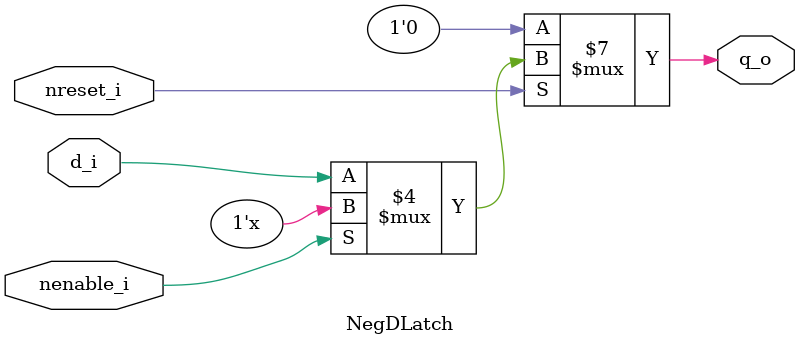
<source format=v>
module NegDLatch(
    input d_i,
    input nenable_i,
    input nreset_i,
    output reg q_o
    );

    always @(*) begin
        if (~nreset_i) q_o <= 0;
        else if (~nenable_i) q_o <= d_i;
    end
endmodule
</source>
